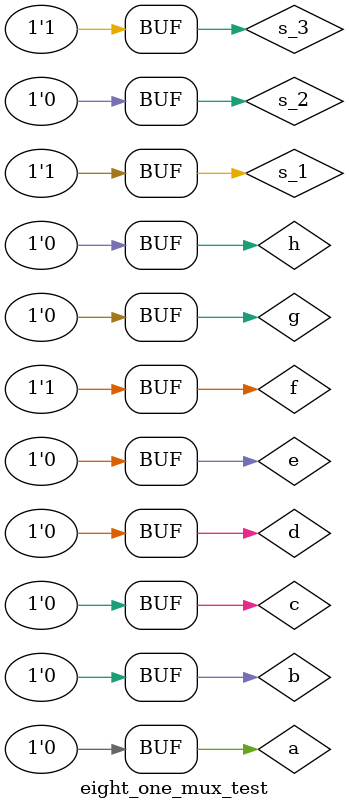
<source format=v>
`timescale 1ns / 1ps

module eight_one_mux_test();

    reg a,b,c,d,e,f,g,h;
    reg s_1,s_2,s_3;
    wire o;
    
    eight_one_mux uut(.i_0(a), .i_1(b), .i_2(c), .i_3(d), .i_4(e), .i_5(f), .i_6(g), .i_7(h), .sel_1(s_1), .sel_2(s_2), .sel_3(s_3), .o(o) );
    
    initial begin
    
        a=0; b=0; c=0; d=0; e=0; f=0; g=0; h=0; s_1=0; s_2=0; s_3=0; #100;
        a=1; b=0; c=0; d=0; e=0; f=0; g=0; h=0; s_1=0; s_2=0; s_3=0; #100;
        a=0; b=0; c=1; d=0; e=0; f=0; g=0; h=0; s_1=1; s_2=0; s_3=1; #100;
        a=0; b=0; c=0; d=0; e=0; f=1; g=0; h=0; s_1=1; s_2=0; s_3=1; #100;
    end
    

endmodule

</source>
